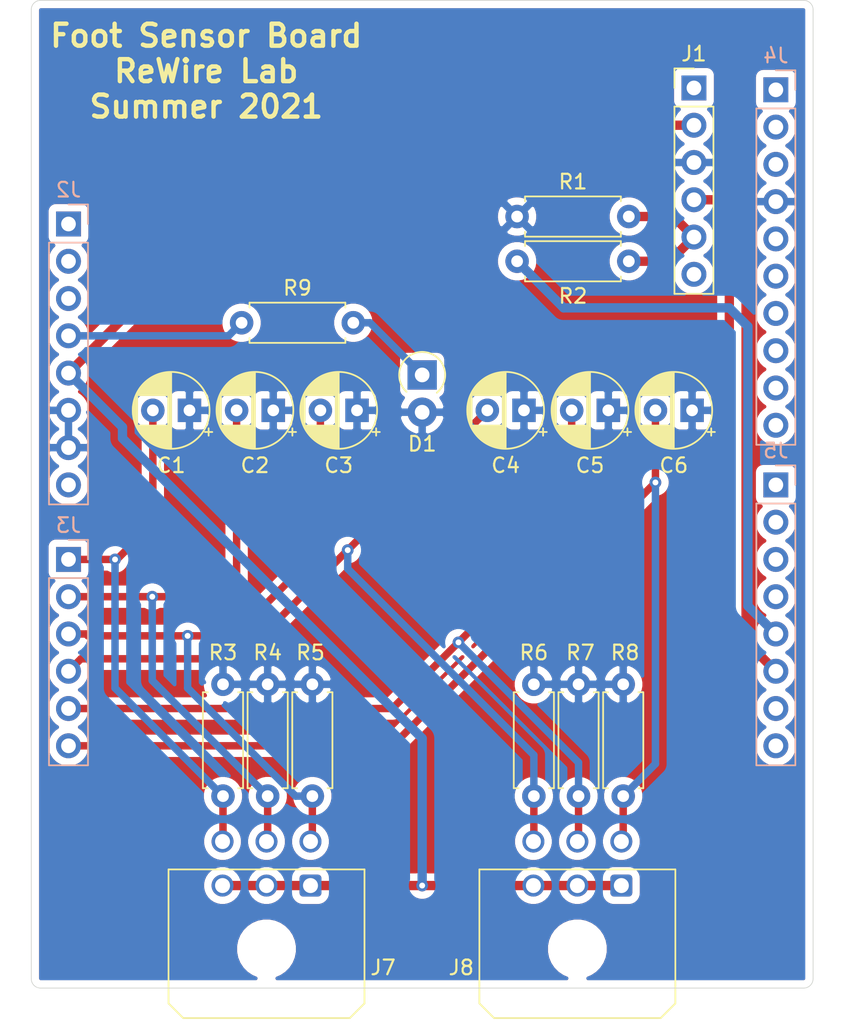
<source format=kicad_pcb>
(kicad_pcb (version 20171130) (host pcbnew "(5.1.10)-1")
  (layers (0 F.Cu signal) (31 B.Cu signal) (34 B.Paste user) (35 F.Paste user) (36 B.SilkS user) (37 F.SilkS user) (38 B.Mask user) (39 F.Mask user) (44 Edge.Cuts user))
  (net 0 "")
  (net 1 GND)
  (net 2 /Left_Data1)
  (net 3 /Left_Data2)
  (net 4 /Left_Data3)
  (net 5 /Right_Data1)
  (net 6 /Right_Data2)
  (net 7 /Right_Data3)
  (net 8 "Net-(J2-Pad1)")
  (net 9 "Net-(J2-Pad2)")
  (net 10 "Net-(J2-Pad3)")
  (net 11 +3V3)
  (net 12 +5V)
  (net 13 "Net-(J2-Pad8)")
  (net 14 "Net-(J4-Pad1)")
  (net 15 "Net-(J4-Pad2)")
  (net 16 "Net-(J4-Pad3)")
  (net 17 "Net-(J4-Pad5)")
  (net 18 "Net-(J4-Pad6)")
  (net 19 "Net-(J4-Pad7)")
  (net 20 "Net-(J4-Pad8)")
  (net 21 "Net-(J4-Pad9)")
  (net 22 "Net-(J4-Pad10)")
  (net 23 "Net-(J5-Pad8)")
  (net 24 "Net-(J5-Pad7)")
  (net 25 /D2)
  (net 26 /D3)
  (net 27 "Net-(J5-Pad4)")
  (net 28 "Net-(J5-Pad3)")
  (net 29 "Net-(J5-Pad2)")
  (net 30 "Net-(J5-Pad1)")
  (net 31 "Net-(J1-Pad5)")
  (net 32 "Net-(J1-Pad1)")
  (net 33 "Net-(J1-Pad6)")
  (net 34 "Net-(D1-Pad1)")
  (module Capacitor_THT:CP_Radial_D5.0mm_P2.50mm (layer F.Cu) (at 220.98 70.485 180)
    (fp_text reference C1 (at 1.25 -3.75) (layer F.SilkS))
    (fp_text value "47 uF")
    (pad 1 thru_hole rect (at 0 0 180) (size 1.6 1.6) (drill 0.8) (layers *.Cu *.Mask) (net 1 GND))
    (pad 2 thru_hole circle (at 2.5 0 180) (size 1.6 1.6) (drill 0.8) (layers *.Cu *.Mask) (net 2 /Left_Data1))
  )
  (module Capacitor_THT:CP_Radial_D5.0mm_P2.50mm (layer F.Cu) (at 226.695 70.485 180)
    (fp_text reference C2 (at 1.25 -3.75) (layer F.SilkS))
    (fp_text value "47 uF")
    (pad 1 thru_hole rect (at 0 0 180) (size 1.6 1.6) (drill 0.8) (layers *.Cu *.Mask) (net 1 GND))
    (pad 2 thru_hole circle (at 2.5 0 180) (size 1.6 1.6) (drill 0.8) (layers *.Cu *.Mask) (net 3 /Left_Data2))
  )
  (module Capacitor_THT:CP_Radial_D5.0mm_P2.50mm (layer F.Cu) (at 232.41 70.485 180)
    (fp_text reference C3 (at 1.25 -3.75) (layer F.SilkS))
    (fp_text value "47 uF")
    (pad 2 thru_hole circle (at 2.5 0 180) (size 1.6 1.6) (drill 0.8) (layers *.Cu *.Mask) (net 4 /Left_Data3))
    (pad 1 thru_hole rect (at 0 0 180) (size 1.6 1.6) (drill 0.8) (layers *.Cu *.Mask) (net 1 GND))
  )
  (module Capacitor_THT:CP_Radial_D5.0mm_P2.50mm (layer F.Cu) (at 243.8 70.485 180)
    (fp_text reference C4 (at 1.25 -3.75) (layer F.SilkS))
    (fp_text value "47 uF")
    (pad 2 thru_hole circle (at 2.5 0 180) (size 1.6 1.6) (drill 0.8) (layers *.Cu *.Mask) (net 5 /Right_Data1))
    (pad 1 thru_hole rect (at 0 0 180) (size 1.6 1.6) (drill 0.8) (layers *.Cu *.Mask) (net 1 GND))
  )
  (module Capacitor_THT:CP_Radial_D5.0mm_P2.50mm (layer F.Cu) (at 249.555 70.485 180)
    (fp_text reference C5 (at 1.25 -3.75) (layer F.SilkS))
    (fp_text value "47 uF")
    (pad 1 thru_hole rect (at 0 0 180) (size 1.6 1.6) (drill 0.8) (layers *.Cu *.Mask) (net 1 GND))
    (pad 2 thru_hole circle (at 2.5 0 180) (size 1.6 1.6) (drill 0.8) (layers *.Cu *.Mask) (net 6 /Right_Data2))
  )
  (module Capacitor_THT:CP_Radial_D5.0mm_P2.50mm (layer F.Cu) (at 255.27 70.485 180)
    (fp_text reference C6 (at 1.25 -3.75) (layer F.SilkS))
    (fp_text value "47 uF")
    (pad 2 thru_hole circle (at 2.5 0 180) (size 1.6 1.6) (drill 0.8) (layers *.Cu *.Mask) (net 7 /Right_Data3))
    (pad 1 thru_hole rect (at 0 0 180) (size 1.6 1.6) (drill 0.8) (layers *.Cu *.Mask) (net 1 GND))
  )
  (module Connector_PinHeader_2.54mm:PinHeader_1x10_P2.54mm_Vertical (layer B.Cu) (at 260.985 48.641 180)
    (fp_text reference J4 (at 0 2.33) (layer B.SilkS) (effects (justify mirror)))
    (fp_text value Conn_01x10)
    (pad 1 thru_hole rect (at 0 0 180) (size 1.7 1.7) (drill 1) (layers *.Cu *.Mask) (net 14 "Net-(J4-Pad1)"))
    (pad 2 thru_hole oval (at 0 -2.54 180) (size 1.7 1.7) (drill 1) (layers *.Cu *.Mask) (net 15 "Net-(J4-Pad2)"))
    (pad 3 thru_hole oval (at 0 -5.08 180) (size 1.7 1.7) (drill 1) (layers *.Cu *.Mask) (net 16 "Net-(J4-Pad3)"))
    (pad 4 thru_hole oval (at 0 -7.62 180) (size 1.7 1.7) (drill 1) (layers *.Cu *.Mask) (net 1 GND))
    (pad 5 thru_hole oval (at 0 -10.16 180) (size 1.7 1.7) (drill 1) (layers *.Cu *.Mask) (net 17 "Net-(J4-Pad5)"))
    (pad 6 thru_hole oval (at 0 -12.7 180) (size 1.7 1.7) (drill 1) (layers *.Cu *.Mask) (net 18 "Net-(J4-Pad6)"))
    (pad 7 thru_hole oval (at 0 -15.24 180) (size 1.7 1.7) (drill 1) (layers *.Cu *.Mask) (net 19 "Net-(J4-Pad7)"))
    (pad 8 thru_hole oval (at 0 -17.78 180) (size 1.7 1.7) (drill 1) (layers *.Cu *.Mask) (net 20 "Net-(J4-Pad8)"))
    (pad 9 thru_hole oval (at 0 -20.32 180) (size 1.7 1.7) (drill 1) (layers *.Cu *.Mask) (net 21 "Net-(J4-Pad9)"))
    (pad 10 thru_hole oval (at 0 -22.86 180) (size 1.7 1.7) (drill 1) (layers *.Cu *.Mask) (net 22 "Net-(J4-Pad10)"))
  )
  (module Connector_Molex:Molex_Micro-Fit_3.0_43045-0600_2x03_P3.00mm_Horizontal (layer F.Cu) (at 229.235 102.87 180)
    (fp_text reference J7 (at -4.953 -5.588) (layer F.SilkS))
    (fp_text value Conn_02x03_Counter_Clockwise)
    (pad "" np_thru_hole circle (at 3 -4.32 180) (size 3 3) (drill 3) (layers *.Cu *.Mask))
    (pad 1 thru_hole roundrect (at 0 0 180) (size 1.5 1.5) (drill 1.02) (layers *.Cu *.Mask) (roundrect_rratio 0.166667) (net 12 +5V))
    (pad 2 thru_hole circle (at 3 0 180) (size 1.5 1.5) (drill 1.02) (layers *.Cu *.Mask) (net 12 +5V))
    (pad 3 thru_hole circle (at 6 0 180) (size 1.5 1.5) (drill 1.02) (layers *.Cu *.Mask) (net 12 +5V))
    (pad 4 thru_hole circle (at 0 3 180) (size 1.5 1.5) (drill 1.02) (layers *.Cu *.Mask) (net 4 /Left_Data3))
    (pad 5 thru_hole circle (at 3 3 180) (size 1.5 1.5) (drill 1.02) (layers *.Cu *.Mask) (net 3 /Left_Data2))
    (pad 6 thru_hole circle (at 6 3 180) (size 1.5 1.5) (drill 1.02) (layers *.Cu *.Mask) (net 2 /Left_Data1))
  )
  (module Connector_Molex:Molex_Micro-Fit_3.0_43045-0600_2x03_P3.00mm_Horizontal (layer F.Cu) (at 250.444 102.87 180)
    (fp_text reference J8 (at 10.922 -5.588) (layer F.SilkS))
    (fp_text value Conn_02x03_Counter_Clockwise)
    (pad 6 thru_hole circle (at 6 3 180) (size 1.5 1.5) (drill 1.02) (layers *.Cu *.Mask) (net 5 /Right_Data1))
    (pad 5 thru_hole circle (at 3 3 180) (size 1.5 1.5) (drill 1.02) (layers *.Cu *.Mask) (net 6 /Right_Data2))
    (pad 4 thru_hole circle (at 0 3 180) (size 1.5 1.5) (drill 1.02) (layers *.Cu *.Mask) (net 7 /Right_Data3))
    (pad 3 thru_hole circle (at 6 0 180) (size 1.5 1.5) (drill 1.02) (layers *.Cu *.Mask) (net 12 +5V))
    (pad 2 thru_hole circle (at 3 0 180) (size 1.5 1.5) (drill 1.02) (layers *.Cu *.Mask) (net 12 +5V))
    (pad 1 thru_hole roundrect (at 0 0 180) (size 1.5 1.5) (drill 1.02) (layers *.Cu *.Mask) (roundrect_rratio 0.166667) (net 12 +5V))
    (pad "" np_thru_hole circle (at 3 -4.32 180) (size 3 3) (drill 3) (layers *.Cu *.Mask))
  )
  (module Resistor_THT:R_Axial_DIN0207_L6.3mm_D2.5mm_P7.62mm_Horizontal (layer F.Cu) (at 243.332 57.277)
    (fp_text reference R1 (at 3.81 -2.37) (layer F.SilkS))
    (fp_text value "10K Ohm")
    (pad 1 thru_hole circle (at 0 0) (size 1.6 1.6) (drill 0.8) (layers *.Cu *.Mask) (net 1 GND))
    (pad 2 thru_hole oval (at 7.62 0) (size 1.6 1.6) (drill 0.8) (layers *.Cu *.Mask) (net 31 "Net-(J1-Pad5)"))
  )
  (module Resistor_THT:R_Axial_DIN0207_L6.3mm_D2.5mm_P7.62mm_Horizontal (layer F.Cu) (at 250.952 60.325 180)
    (fp_text reference R2 (at 3.81 -2.37) (layer F.SilkS))
    (fp_text value "560 Ohm")
    (pad 2 thru_hole oval (at 7.62 0 180) (size 1.6 1.6) (drill 0.8) (layers *.Cu *.Mask) (net 26 /D3))
    (pad 1 thru_hole circle (at 0 0 180) (size 1.6 1.6) (drill 0.8) (layers *.Cu *.Mask) (net 31 "Net-(J1-Pad5)"))
  )
  (module Resistor_THT:R_Axial_DIN0207_L6.3mm_D2.5mm_P7.62mm_Horizontal (layer F.Cu) (at 223.266 96.774 90)
    (fp_text reference R3 (at 9.779 0 180) (layer F.SilkS))
    (fp_text value "10K Ohm")
    (pad 1 thru_hole circle (at 0 0 90) (size 1.6 1.6) (drill 0.8) (layers *.Cu *.Mask) (net 2 /Left_Data1))
    (pad 2 thru_hole oval (at 7.62 0 90) (size 1.6 1.6) (drill 0.8) (layers *.Cu *.Mask) (net 1 GND))
  )
  (module Resistor_THT:R_Axial_DIN0207_L6.3mm_D2.5mm_P7.62mm_Horizontal (layer F.Cu) (at 226.314 96.774 90)
    (fp_text reference R4 (at 9.779 0 180) (layer F.SilkS))
    (fp_text value "10K Ohm")
    (pad 2 thru_hole oval (at 7.62 0 90) (size 1.6 1.6) (drill 0.8) (layers *.Cu *.Mask) (net 1 GND))
    (pad 1 thru_hole circle (at 0 0 90) (size 1.6 1.6) (drill 0.8) (layers *.Cu *.Mask) (net 3 /Left_Data2))
  )
  (module Resistor_THT:R_Axial_DIN0207_L6.3mm_D2.5mm_P7.62mm_Horizontal (layer F.Cu) (at 229.362 96.774 90)
    (fp_text reference R5 (at 9.779 -0.127 180) (layer F.SilkS))
    (fp_text value "10K Ohm")
    (pad 2 thru_hole oval (at 7.62 0 90) (size 1.6 1.6) (drill 0.8) (layers *.Cu *.Mask) (net 1 GND))
    (pad 1 thru_hole circle (at 0 0 90) (size 1.6 1.6) (drill 0.8) (layers *.Cu *.Mask) (net 4 /Left_Data3))
  )
  (module Resistor_THT:R_Axial_DIN0207_L6.3mm_D2.5mm_P7.62mm_Horizontal (layer F.Cu) (at 244.475 96.774 90)
    (fp_text reference R6 (at 9.779 0 180) (layer F.SilkS))
    (fp_text value "10K Ohm")
    (pad 1 thru_hole circle (at 0 0 90) (size 1.6 1.6) (drill 0.8) (layers *.Cu *.Mask) (net 5 /Right_Data1))
    (pad 2 thru_hole oval (at 7.62 0 90) (size 1.6 1.6) (drill 0.8) (layers *.Cu *.Mask) (net 1 GND))
  )
  (module Resistor_THT:R_Axial_DIN0207_L6.3mm_D2.5mm_P7.62mm_Horizontal (layer F.Cu) (at 247.523 96.774 90)
    (fp_text reference R7 (at 9.779 0.127 180) (layer F.SilkS))
    (fp_text value "10K Ohm")
    (pad 2 thru_hole oval (at 7.62 0 90) (size 1.6 1.6) (drill 0.8) (layers *.Cu *.Mask) (net 1 GND))
    (pad 1 thru_hole circle (at 0 0 90) (size 1.6 1.6) (drill 0.8) (layers *.Cu *.Mask) (net 6 /Right_Data2))
  )
  (module Resistor_THT:R_Axial_DIN0207_L6.3mm_D2.5mm_P7.62mm_Horizontal (layer F.Cu) (at 250.571 96.774 90)
    (fp_text reference R8 (at 9.779 0.127 180) (layer F.SilkS))
    (fp_text value "10K Ohm")
    (pad 1 thru_hole circle (at 0 0 90) (size 1.6 1.6) (drill 0.8) (layers *.Cu *.Mask) (net 7 /Right_Data3))
    (pad 2 thru_hole oval (at 7.62 0 90) (size 1.6 1.6) (drill 0.8) (layers *.Cu *.Mask) (net 1 GND))
  )
  (module Connector_PinHeader_2.54mm:PinHeader_1x06_P2.54mm_Vertical (layer F.Cu) (at 255.397 48.514)
    (fp_text reference J1 (at 0 -2.33) (layer F.SilkS))
    (fp_text value Conn_01x06)
    (pad 1 thru_hole rect (at 0 0) (size 1.7 1.7) (drill 1) (layers *.Cu *.Mask) (net 32 "Net-(J1-Pad1)"))
    (pad 2 thru_hole oval (at 0 2.54) (size 1.7 1.7) (drill 1) (layers *.Cu *.Mask) (net 12 +5V))
    (pad 3 thru_hole oval (at 0 5.08) (size 1.7 1.7) (drill 1) (layers *.Cu *.Mask) (net 1 GND))
    (pad 4 thru_hole oval (at 0 7.62) (size 1.7 1.7) (drill 1) (layers *.Cu *.Mask) (net 25 /D2))
    (pad 5 thru_hole oval (at 0 10.16) (size 1.7 1.7) (drill 1) (layers *.Cu *.Mask) (net 31 "Net-(J1-Pad5)"))
    (pad 6 thru_hole oval (at 0 12.7) (size 1.7 1.7) (drill 1) (layers *.Cu *.Mask) (net 33 "Net-(J1-Pad6)"))
  )
  (module Connector_PinHeader_2.54mm:PinHeader_1x08_P2.54mm_Vertical (layer B.Cu) (at 212.725 57.785 180)
    (fp_text reference J2 (at 0 2.33) (layer B.SilkS) (effects (justify mirror)))
    (fp_text value Conn_01x08)
    (pad 1 thru_hole rect (at 0 0 180) (size 1.7 1.7) (drill 1) (layers *.Cu *.Mask) (net 8 "Net-(J2-Pad1)"))
    (pad 2 thru_hole oval (at 0 -2.54 180) (size 1.7 1.7) (drill 1) (layers *.Cu *.Mask) (net 9 "Net-(J2-Pad2)"))
    (pad 3 thru_hole oval (at 0 -5.08 180) (size 1.7 1.7) (drill 1) (layers *.Cu *.Mask) (net 10 "Net-(J2-Pad3)"))
    (pad 4 thru_hole oval (at 0 -7.62 180) (size 1.7 1.7) (drill 1) (layers *.Cu *.Mask) (net 11 +3V3))
    (pad 5 thru_hole oval (at 0 -10.16 180) (size 1.7 1.7) (drill 1) (layers *.Cu *.Mask) (net 12 +5V))
    (pad 6 thru_hole oval (at 0 -12.7 180) (size 1.7 1.7) (drill 1) (layers *.Cu *.Mask) (net 1 GND))
    (pad 7 thru_hole oval (at 0 -15.24 180) (size 1.7 1.7) (drill 1) (layers *.Cu *.Mask) (net 1 GND))
    (pad 8 thru_hole oval (at 0 -17.78 180) (size 1.7 1.7) (drill 1) (layers *.Cu *.Mask) (net 13 "Net-(J2-Pad8)"))
  )
  (module Connector_PinHeader_2.54mm:PinHeader_1x06_P2.54mm_Vertical (layer B.Cu) (at 212.725 80.645 180)
    (fp_text reference J3 (at 0 2.33) (layer B.SilkS) (effects (justify mirror)))
    (fp_text value Conn_01x06)
    (pad 6 thru_hole oval (at 0 -12.7 180) (size 1.7 1.7) (drill 1) (layers *.Cu *.Mask) (net 7 /Right_Data3))
    (pad 5 thru_hole oval (at 0 -10.16 180) (size 1.7 1.7) (drill 1) (layers *.Cu *.Mask) (net 6 /Right_Data2))
    (pad 4 thru_hole oval (at 0 -7.62 180) (size 1.7 1.7) (drill 1) (layers *.Cu *.Mask) (net 5 /Right_Data1))
    (pad 3 thru_hole oval (at 0 -5.08 180) (size 1.7 1.7) (drill 1) (layers *.Cu *.Mask) (net 4 /Left_Data3))
    (pad 2 thru_hole oval (at 0 -2.54 180) (size 1.7 1.7) (drill 1) (layers *.Cu *.Mask) (net 3 /Left_Data2))
    (pad 1 thru_hole rect (at 0 0 180) (size 1.7 1.7) (drill 1) (layers *.Cu *.Mask) (net 2 /Left_Data1))
  )
  (module Connector_PinHeader_2.54mm:PinHeader_1x08_P2.54mm_Vertical (layer B.Cu) (at 260.985 75.565 180)
    (fp_text reference J5 (at 0 2.33) (layer B.SilkS) (effects (justify mirror)))
    (fp_text value Conn_01x08)
    (pad 8 thru_hole oval (at 0 -17.78 180) (size 1.7 1.7) (drill 1) (layers *.Cu *.Mask) (net 23 "Net-(J5-Pad8)"))
    (pad 7 thru_hole oval (at 0 -15.24 180) (size 1.7 1.7) (drill 1) (layers *.Cu *.Mask) (net 24 "Net-(J5-Pad7)"))
    (pad 6 thru_hole oval (at 0 -12.7 180) (size 1.7 1.7) (drill 1) (layers *.Cu *.Mask) (net 25 /D2))
    (pad 5 thru_hole oval (at 0 -10.16 180) (size 1.7 1.7) (drill 1) (layers *.Cu *.Mask) (net 26 /D3))
    (pad 4 thru_hole oval (at 0 -7.62 180) (size 1.7 1.7) (drill 1) (layers *.Cu *.Mask) (net 27 "Net-(J5-Pad4)"))
    (pad 3 thru_hole oval (at 0 -5.08 180) (size 1.7 1.7) (drill 1) (layers *.Cu *.Mask) (net 28 "Net-(J5-Pad3)"))
    (pad 2 thru_hole oval (at 0 -2.54 180) (size 1.7 1.7) (drill 1) (layers *.Cu *.Mask) (net 29 "Net-(J5-Pad2)"))
    (pad 1 thru_hole rect (at 0 0 180) (size 1.7 1.7) (drill 1) (layers *.Cu *.Mask) (net 30 "Net-(J5-Pad1)"))
  )
  (module Resistor_THT:R_Axial_DIN0207_L6.3mm_D2.5mm_P7.62mm_Horizontal (layer F.Cu) (at 224.536 64.516)
    (fp_text reference R9 (at 3.81 -2.37) (layer F.SilkS))
    (fp_text value "5K Ohm")
    (pad 1 thru_hole circle (at 0 0) (size 1.6 1.6) (drill 0.8) (layers *.Cu *.Mask) (net 11 +3V3))
    (pad 2 thru_hole oval (at 7.62 0) (size 1.6 1.6) (drill 0.8) (layers *.Cu *.Mask) (net 34 "Net-(D1-Pad1)"))
  )
  (module Diode_THT:D_T-1_P2.54mm_Vertical_AnodeUp (layer F.Cu) (at 236.855 68.072 270)
    (fp_text reference D1 (at 4.699 0 180) (layer F.SilkS))
    (fp_text value LED)
    (pad 1 thru_hole rect (at 0 0 270) (size 2 2) (drill 1) (layers *.Cu *.Mask) (net 34 "Net-(D1-Pad1)"))
    (pad 2 thru_hole oval (at 2.54 0 270) (size 2 2) (drill 1) (layers *.Cu *.Mask) (net 1 GND))
  )
  (gr_arc (start 210.82 109.22) (end 210.185 109.22) (angle -90) (layer Edge.Cuts) (width 0.05))
  (gr_arc (start 262.89 109.22) (end 262.89 109.855) (angle -90) (layer Edge.Cuts) (width 0.05))
  (gr_arc (start 262.89 43.18) (end 263.525 43.18) (angle -90) (layer Edge.Cuts) (width 0.05))
  (gr_arc (start 210.82 43.18) (end 210.82 42.545) (angle -90) (layer Edge.Cuts) (width 0.05))
  (gr_text "Foot Sensor Board\nReWire Lab\nSummer 2021" (at 222.123 47.371) (layer F.SilkS) (effects (font (size 1.5 1.5) (thickness 0.3))))
  (gr_line (start 263.525 109.22) (end 263.525 43.18) (layer Edge.Cuts) (width 0.05))
  (gr_line (start 210.82 109.855) (end 262.89 109.855) (layer Edge.Cuts) (width 0.05))
  (gr_line (start 210.185 43.18) (end 210.185 109.22) (layer Edge.Cuts) (width 0.05))
  (gr_line (start 262.89 42.545) (end 210.82 42.545) (layer Edge.Cuts) (width 0.05))
  (segment (start 223.266 99.839) (end 223.235 99.87) (width 0.508) (layer F.Cu) (net 2))
  (segment (start 223.266 96.774) (end 223.266 99.839) (width 0.508) (layer F.Cu) (net 2))
  (segment (start 212.725 80.645) (end 216.027 80.645) (width 0.508) (layer F.Cu) (net 2))
  (segment (start 218.48 78.192) (end 218.48 70.485) (width 0.508) (layer F.Cu) (net 2))
  (segment (start 216.027 80.645) (end 218.48 78.192) (width 0.508) (layer F.Cu) (net 2))
  (segment (start 223.266 96.774) (end 215.9 89.408) (width 0.508) (layer B.Cu) (net 2))
  (via (at 215.9 80.645) (size 0.8) (drill 0.4) (layers F.Cu B.Cu) (net 2))
  (segment (start 215.9 89.408) (end 215.9 80.645) (width 0.508) (layer B.Cu) (net 2))
  (segment (start 226.314 99.791) (end 226.235 99.87) (width 0.508) (layer F.Cu) (net 3))
  (segment (start 226.314 96.774) (end 226.314 99.791) (width 0.508) (layer F.Cu) (net 3))
  (segment (start 224.195 82.129) (end 224.195 70.485) (width 0.508) (layer F.Cu) (net 3))
  (segment (start 223.139 83.185) (end 224.195 82.129) (width 0.508) (layer F.Cu) (net 3))
  (via (at 218.44 83.185) (size 0.8) (drill 0.4) (layers F.Cu B.Cu) (net 3))
  (segment (start 218.44 88.9) (end 218.44 83.185) (width 0.508) (layer B.Cu) (net 3))
  (segment (start 226.314 96.774) (end 218.44 88.9) (width 0.508) (layer B.Cu) (net 3))
  (segment (start 218.44 83.185) (end 223.139 83.185) (width 0.508) (layer F.Cu) (net 3))
  (segment (start 212.725 83.185) (end 218.44 83.185) (width 0.508) (layer F.Cu) (net 3))
  (segment (start 229.362 99.743) (end 229.235 99.87) (width 0.508) (layer F.Cu) (net 4))
  (segment (start 229.362 96.774) (end 229.362 99.743) (width 0.508) (layer F.Cu) (net 4))
  (segment (start 213.927081 85.725) (end 214.054081 85.852) (width 0.508) (layer F.Cu) (net 4))
  (segment (start 212.725 85.725) (end 213.927081 85.725) (width 0.508) (layer F.Cu) (net 4))
  (segment (start 229.91 79.97) (end 229.91 70.485) (width 0.508) (layer F.Cu) (net 4))
  (segment (start 224.028 85.852) (end 229.91 79.97) (width 0.508) (layer F.Cu) (net 4))
  (segment (start 229.362 96.774) (end 228.219 96.774) (width 0.508) (layer B.Cu) (net 4))
  (via (at 220.853 85.852) (size 0.8) (drill 0.4) (layers F.Cu B.Cu) (net 4))
  (segment (start 220.853 89.408) (end 220.853 85.852) (width 0.508) (layer B.Cu) (net 4))
  (segment (start 228.219 96.774) (end 220.853 89.408) (width 0.508) (layer B.Cu) (net 4))
  (segment (start 220.853 85.852) (end 224.028 85.852) (width 0.508) (layer F.Cu) (net 4))
  (segment (start 214.054081 85.852) (end 220.853 85.852) (width 0.508) (layer F.Cu) (net 4))
  (segment (start 244.475 99.839) (end 244.444 99.87) (width 0.508) (layer F.Cu) (net 5))
  (segment (start 244.475 96.774) (end 244.475 99.839) (width 0.508) (layer F.Cu) (net 5))
  (segment (start 213.574999 87.415001) (end 224.369999 87.415001) (width 0.508) (layer F.Cu) (net 5))
  (segment (start 212.725 88.265) (end 213.574999 87.415001) (width 0.508) (layer F.Cu) (net 5))
  (segment (start 244.475 96.774) (end 244.475 93.98) (width 0.508) (layer B.Cu) (net 5))
  (via (at 231.775 80.01) (size 0.8) (drill 0.4) (layers F.Cu B.Cu) (net 5))
  (segment (start 231.775 81.28) (end 231.775 80.01) (width 0.508) (layer B.Cu) (net 5))
  (segment (start 244.475 93.98) (end 231.775 81.28) (width 0.508) (layer B.Cu) (net 5))
  (segment (start 231.775 80.01) (end 241.3 70.485) (width 0.508) (layer F.Cu) (net 5))
  (segment (start 224.369999 87.415001) (end 231.775 80.01) (width 0.508) (layer F.Cu) (net 5))
  (segment (start 247.523 99.791) (end 247.444 99.87) (width 0.508) (layer F.Cu) (net 6))
  (segment (start 247.523 96.774) (end 247.523 99.791) (width 0.508) (layer F.Cu) (net 6))
  (segment (start 212.725 90.805) (end 234.823 90.805) (width 0.508) (layer F.Cu) (net 6))
  (segment (start 247.055 78.573) (end 247.055 70.485) (width 0.508) (layer F.Cu) (net 6))
  (via (at 239.3315 86.2965) (size 0.8) (drill 0.4) (layers F.Cu B.Cu) (net 6))
  (segment (start 247.523 94.488) (end 239.3315 86.2965) (width 0.508) (layer B.Cu) (net 6))
  (segment (start 247.523 96.774) (end 247.523 94.488) (width 0.508) (layer B.Cu) (net 6))
  (segment (start 239.3315 86.2965) (end 247.055 78.573) (width 0.508) (layer F.Cu) (net 6))
  (segment (start 234.823 90.805) (end 239.3315 86.2965) (width 0.508) (layer F.Cu) (net 6))
  (segment (start 250.571 99.743) (end 250.444 99.87) (width 0.508) (layer F.Cu) (net 7))
  (segment (start 250.571 96.774) (end 250.571 99.743) (width 0.508) (layer F.Cu) (net 7))
  (segment (start 252.476 70.779) (end 252.77 70.485) (width 0.508) (layer F.Cu) (net 7))
  (segment (start 212.725 93.345) (end 234.823 93.345) (width 0.508) (layer F.Cu) (net 7))
  (segment (start 252.77 75.398) (end 252.77 70.485) (width 0.508) (layer F.Cu) (net 7))
  (segment (start 234.823 93.345) (end 252.77 75.398) (width 0.508) (layer F.Cu) (net 7))
  (via (at 252.77 75.398) (size 0.8) (drill 0.4) (layers F.Cu B.Cu) (net 7))
  (segment (start 252.77 94.575) (end 252.77 75.398) (width 0.508) (layer B.Cu) (net 7))
  (segment (start 250.571 96.774) (end 252.77 94.575) (width 0.508) (layer B.Cu) (net 7))
  (segment (start 223.647 65.405) (end 224.536 64.516) (width 0.508) (layer B.Cu) (net 11))
  (segment (start 212.725 65.405) (end 223.647 65.405) (width 0.508) (layer B.Cu) (net 11))
  (segment (start 223.235 102.87) (end 229.235 102.87) (width 0.635) (layer F.Cu) (net 12))
  (segment (start 244.444 102.87) (end 250.444 102.87) (width 0.635) (layer F.Cu) (net 12))
  (segment (start 244.444 102.87) (end 236.855 102.87) (width 0.635) (layer F.Cu) (net 12))
  (segment (start 229.616 51.054) (end 212.725 67.945) (width 0.635) (layer F.Cu) (net 12))
  (segment (start 255.397 51.054) (end 229.616 51.054) (width 0.635) (layer F.Cu) (net 12))
  (segment (start 236.855 102.87) (end 229.235 102.87) (width 0.635) (layer F.Cu) (net 12))
  (via (at 236.855 102.87) (size 0.8) (drill 0.4) (layers F.Cu B.Cu) (net 12))
  (segment (start 212.852 67.945) (end 212.725 67.945) (width 0.635) (layer B.Cu) (net 12))
  (segment (start 212.725 67.945) (end 216.408 71.628) (width 0.635) (layer B.Cu) (net 12))
  (segment (start 216.408 72.39) (end 236.855 92.837) (width 0.635) (layer B.Cu) (net 12))
  (segment (start 216.408 71.628) (end 216.408 72.39) (width 0.635) (layer B.Cu) (net 12))
  (segment (start 236.855 102.87) (end 236.855 92.837) (width 0.635) (layer B.Cu) (net 12))
  (segment (start 255.397 56.134) (end 256.794 56.134) (width 0.635) (layer F.Cu) (net 25))
  (segment (start 256.794 56.134) (end 257.81 57.15) (width 0.635) (layer F.Cu) (net 25))
  (segment (start 257.81 57.15) (end 257.81 85.09) (width 0.635) (layer F.Cu) (net 25))
  (segment (start 257.81 85.09) (end 260.985 88.265) (width 0.635) (layer F.Cu) (net 25))
  (segment (start 259.08 83.82) (end 260.985 85.725) (width 0.635) (layer B.Cu) (net 26))
  (segment (start 246.507 63.5) (end 257.81 63.5) (width 0.635) (layer B.Cu) (net 26))
  (segment (start 259.08 64.77) (end 259.08 83.82) (width 0.635) (layer B.Cu) (net 26))
  (segment (start 257.81 63.5) (end 259.08 64.77) (width 0.635) (layer B.Cu) (net 26))
  (segment (start 243.332 60.325) (end 246.507 63.5) (width 0.635) (layer B.Cu) (net 26))
  (segment (start 253.746 60.325) (end 255.397 58.674) (width 0.635) (layer F.Cu) (net 31))
  (segment (start 250.952 60.325) (end 253.746 60.325) (width 0.635) (layer F.Cu) (net 31))
  (segment (start 254 57.277) (end 255.397 58.674) (width 0.635) (layer F.Cu) (net 31))
  (segment (start 250.952 57.277) (end 254 57.277) (width 0.635) (layer F.Cu) (net 31))
  (segment (start 233.299 64.516) (end 236.855 68.072) (width 0.508) (layer B.Cu) (net 34))
  (segment (start 232.156 64.516) (end 233.299 64.516) (width 0.508) (layer B.Cu) (net 34))
  (zone (net 0) (net_name "") (layer F.Cu) (connect_pads (clearance 0.508)) (min_thickness 0.254) (fill yes (arc_segments 32) (thermal_gap 0.508) (thermal_bridge_width 0.508))
    (polygon (pts (xy 263.525 109.855) (xy 210.185 109.855) (xy 210.185 42.545) (xy 263.525 42.545)))
  )
  (zone (net 1) (net_name GND) (layer B.Cu) (connect_pads (clearance 0.508)) (min_thickness 0.254) (fill yes (arc_segments 32) (thermal_gap 0.508) (thermal_bridge_width 0.508))
    (polygon (pts (xy 263.525 109.855) (xy 210.185 109.855) (xy 210.185 42.545) (xy 263.525 42.545)))
  )
)
</source>
